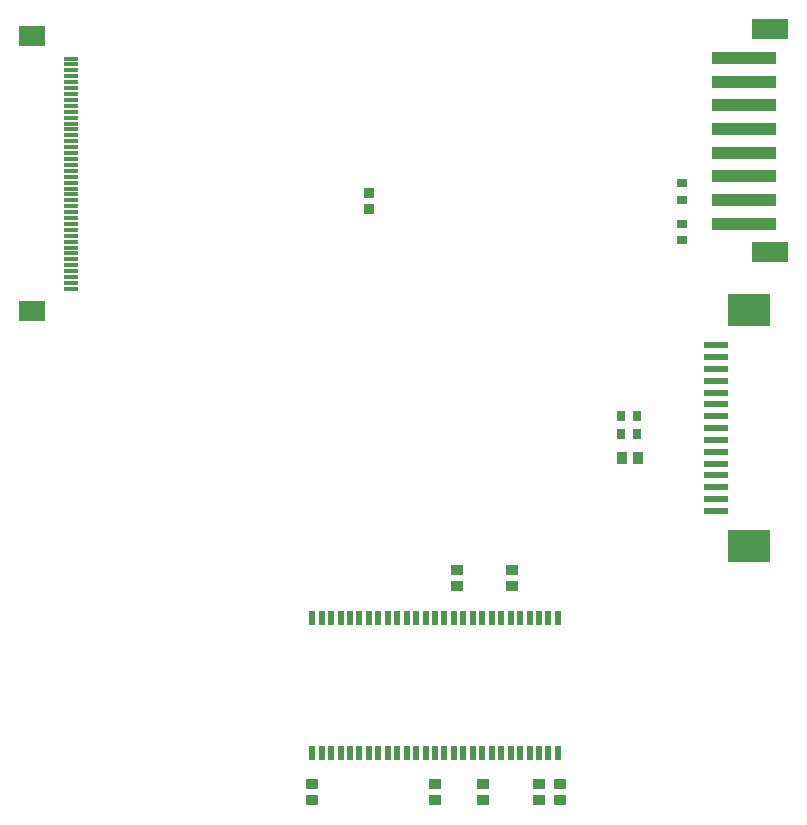
<source format=gbp>
G04*
G04 #@! TF.GenerationSoftware,Altium Limited,Altium Designer,23.3.1 (30)*
G04*
G04 Layer_Color=128*
%FSLAX44Y44*%
%MOMM*%
G71*
G04*
G04 #@! TF.SameCoordinates,1E3CE245-77AB-4D3B-BECC-05931035AD6D*
G04*
G04*
G04 #@! TF.FilePolarity,Positive*
G04*
G01*
G75*
%ADD15R,1.0000X0.9000*%
%ADD16R,0.9000X1.0000*%
%ADD20R,0.8000X0.9000*%
%ADD21R,0.9000X0.8000*%
%ADD29R,0.9500X0.8500*%
%ADD61R,2.0000X0.6100*%
%ADD62R,3.6000X2.6800*%
%ADD63R,0.6000X1.2950*%
%ADD64R,1.3000X0.3000*%
%ADD65R,2.2000X1.8000*%
%ADD66R,3.1000X1.7000*%
%ADD67R,5.5000X1.0000*%
D15*
X447040Y197720D02*
D03*
Y211220D02*
D03*
X400812Y211112D02*
D03*
Y197612D02*
D03*
X487680Y16110D02*
D03*
Y29610D02*
D03*
X469900Y16110D02*
D03*
Y29610D02*
D03*
X422910Y16110D02*
D03*
Y29610D02*
D03*
X382270Y16110D02*
D03*
Y29610D02*
D03*
X278130Y16110D02*
D03*
Y29610D02*
D03*
D16*
X553720Y306070D02*
D03*
X540220D02*
D03*
D20*
X553496Y326390D02*
D03*
X539496D02*
D03*
X539608Y341122D02*
D03*
X553608D02*
D03*
D21*
X591058Y524510D02*
D03*
Y538510D02*
D03*
Y504078D02*
D03*
Y490078D02*
D03*
D29*
X326390Y516740D02*
D03*
Y529740D02*
D03*
D61*
X619760Y400990D02*
D03*
Y390990D02*
D03*
Y380990D02*
D03*
Y370990D02*
D03*
Y360990D02*
D03*
Y350990D02*
D03*
Y340990D02*
D03*
Y330990D02*
D03*
Y320990D02*
D03*
Y310990D02*
D03*
Y300990D02*
D03*
Y290990D02*
D03*
Y280990D02*
D03*
Y270990D02*
D03*
Y260990D02*
D03*
D62*
X647760Y430890D02*
D03*
Y231090D02*
D03*
D63*
X486270Y55750D02*
D03*
X478270D02*
D03*
X470270D02*
D03*
X462270D02*
D03*
X454270D02*
D03*
X446270D02*
D03*
X438270D02*
D03*
X430270D02*
D03*
X422270D02*
D03*
X414270D02*
D03*
X406270D02*
D03*
X398270D02*
D03*
X390270D02*
D03*
X382270D02*
D03*
X374270D02*
D03*
X366270D02*
D03*
X358270D02*
D03*
X350270D02*
D03*
X342270D02*
D03*
X334270D02*
D03*
X326270D02*
D03*
X318270D02*
D03*
X310270D02*
D03*
X302270D02*
D03*
X294270D02*
D03*
X286270D02*
D03*
X278270D02*
D03*
Y170310D02*
D03*
X286270D02*
D03*
X294270D02*
D03*
X302270D02*
D03*
X310270D02*
D03*
X318270D02*
D03*
X326270D02*
D03*
X334270D02*
D03*
X342270D02*
D03*
X350270D02*
D03*
X358270D02*
D03*
X366270D02*
D03*
X374270D02*
D03*
X382270D02*
D03*
X390270D02*
D03*
X398270D02*
D03*
X406270D02*
D03*
X414270D02*
D03*
X422270D02*
D03*
X430270D02*
D03*
X438270D02*
D03*
X446270D02*
D03*
X454270D02*
D03*
X462270D02*
D03*
X470270D02*
D03*
X478270D02*
D03*
X486270D02*
D03*
D64*
X73740Y448854D02*
D03*
Y453854D02*
D03*
Y458854D02*
D03*
Y463854D02*
D03*
Y468854D02*
D03*
Y473854D02*
D03*
Y478854D02*
D03*
Y483854D02*
D03*
Y488854D02*
D03*
Y493854D02*
D03*
Y498854D02*
D03*
Y503854D02*
D03*
Y508854D02*
D03*
Y513854D02*
D03*
Y518854D02*
D03*
Y523854D02*
D03*
Y528854D02*
D03*
Y533854D02*
D03*
Y538854D02*
D03*
Y543854D02*
D03*
Y548854D02*
D03*
Y553854D02*
D03*
Y558854D02*
D03*
Y563854D02*
D03*
Y568854D02*
D03*
Y573854D02*
D03*
Y578854D02*
D03*
Y583854D02*
D03*
Y588854D02*
D03*
Y593854D02*
D03*
Y598854D02*
D03*
Y603854D02*
D03*
Y608854D02*
D03*
Y613854D02*
D03*
Y618854D02*
D03*
Y623854D02*
D03*
Y628854D02*
D03*
Y633854D02*
D03*
Y638854D02*
D03*
Y643854D02*
D03*
D65*
X41240Y429854D02*
D03*
Y662854D02*
D03*
D66*
X665890Y668700D02*
D03*
Y479700D02*
D03*
D67*
X643890Y504200D02*
D03*
Y524200D02*
D03*
Y544200D02*
D03*
Y564200D02*
D03*
Y584200D02*
D03*
Y604200D02*
D03*
Y624200D02*
D03*
Y644200D02*
D03*
M02*

</source>
